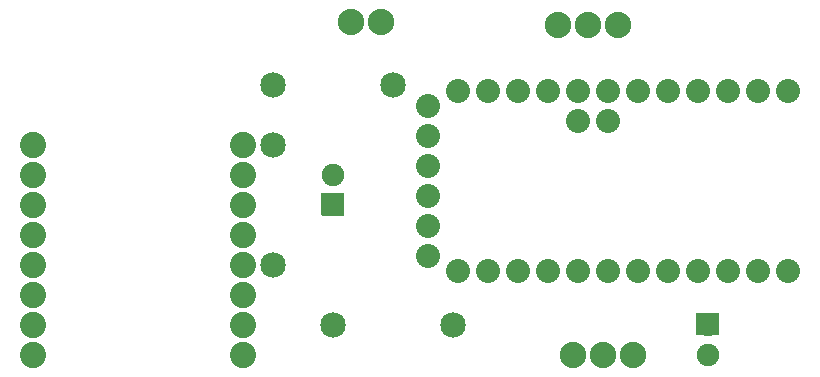
<source format=gts>
G04 MADE WITH FRITZING*
G04 WWW.FRITZING.ORG*
G04 DOUBLE SIDED*
G04 HOLES PLATED*
G04 CONTOUR ON CENTER OF CONTOUR VECTOR*
%ASAXBY*%
%FSLAX23Y23*%
%MOIN*%
%OFA0B0*%
%SFA1.0B1.0*%
%ADD10C,0.075000*%
%ADD11C,0.087701*%
%ADD12C,0.080000*%
%ADD13C,0.085000*%
%ADD14C,0.088000*%
%ADD15R,0.001000X0.001000*%
%LNMASK1*%
G90*
G70*
G54D10*
X2323Y89D03*
X2323Y189D03*
X2323Y89D03*
X2323Y189D03*
X1073Y689D03*
X1073Y589D03*
X1073Y689D03*
X1073Y589D03*
G54D11*
X772Y90D03*
X772Y190D03*
X772Y290D03*
X772Y390D03*
X772Y490D03*
X772Y590D03*
X772Y690D03*
X772Y790D03*
X72Y90D03*
X72Y190D03*
X72Y290D03*
X72Y390D03*
X72Y490D03*
X72Y590D03*
X72Y690D03*
X72Y790D03*
G54D12*
X1591Y370D03*
X2391Y370D03*
X2191Y970D03*
X1991Y370D03*
X2591Y970D03*
X1791Y970D03*
X2591Y370D03*
X2191Y370D03*
X1791Y370D03*
X1991Y870D03*
X2391Y970D03*
X1991Y970D03*
X1591Y970D03*
X1391Y920D03*
X1391Y820D03*
X1391Y720D03*
X1391Y620D03*
X1391Y520D03*
X1391Y420D03*
X2491Y370D03*
X2291Y370D03*
X2091Y370D03*
X1891Y370D03*
X1691Y370D03*
X1491Y370D03*
X1891Y870D03*
X2491Y970D03*
X2291Y970D03*
X2091Y970D03*
X1891Y970D03*
X1691Y970D03*
X1491Y970D03*
G54D13*
X873Y989D03*
X1273Y989D03*
X1073Y189D03*
X1473Y189D03*
X873Y789D03*
X873Y389D03*
G54D14*
X2023Y1189D03*
X1923Y1189D03*
X1823Y1189D03*
X1132Y1198D03*
X1232Y1198D03*
X1873Y89D03*
X1973Y89D03*
X2073Y89D03*
G54D15*
X1035Y627D02*
X1109Y627D01*
X1035Y626D02*
X1109Y626D01*
X1035Y625D02*
X1109Y625D01*
X1035Y624D02*
X1109Y624D01*
X1035Y623D02*
X1109Y623D01*
X1035Y622D02*
X1109Y622D01*
X1035Y621D02*
X1109Y621D01*
X1035Y620D02*
X1109Y620D01*
X1035Y619D02*
X1109Y619D01*
X1035Y618D02*
X1109Y618D01*
X1035Y617D02*
X1109Y617D01*
X1035Y616D02*
X1109Y616D01*
X1035Y615D02*
X1109Y615D01*
X1035Y614D02*
X1109Y614D01*
X1035Y613D02*
X1109Y613D01*
X1035Y612D02*
X1109Y612D01*
X1035Y611D02*
X1109Y611D01*
X1035Y610D02*
X1109Y610D01*
X1035Y609D02*
X1109Y609D01*
X1035Y608D02*
X1109Y608D01*
X1035Y607D02*
X1109Y607D01*
X1035Y606D02*
X1109Y606D01*
X1035Y605D02*
X1109Y605D01*
X1035Y604D02*
X1109Y604D01*
X1035Y603D02*
X1109Y603D01*
X1035Y602D02*
X1109Y602D01*
X1035Y601D02*
X1109Y601D01*
X1035Y600D02*
X1109Y600D01*
X1035Y599D02*
X1070Y599D01*
X1075Y599D02*
X1109Y599D01*
X1035Y598D02*
X1067Y598D01*
X1077Y598D02*
X1109Y598D01*
X1035Y597D02*
X1066Y597D01*
X1079Y597D02*
X1109Y597D01*
X1035Y596D02*
X1065Y596D01*
X1079Y596D02*
X1109Y596D01*
X1035Y595D02*
X1064Y595D01*
X1080Y595D02*
X1109Y595D01*
X1035Y594D02*
X1064Y594D01*
X1081Y594D02*
X1109Y594D01*
X1035Y593D02*
X1063Y593D01*
X1081Y593D02*
X1109Y593D01*
X1035Y592D02*
X1063Y592D01*
X1081Y592D02*
X1109Y592D01*
X1035Y591D02*
X1063Y591D01*
X1082Y591D02*
X1109Y591D01*
X1035Y590D02*
X1063Y590D01*
X1082Y590D02*
X1109Y590D01*
X1035Y589D02*
X1063Y589D01*
X1081Y589D02*
X1109Y589D01*
X1035Y588D02*
X1063Y588D01*
X1081Y588D02*
X1109Y588D01*
X1035Y587D02*
X1064Y587D01*
X1081Y587D02*
X1109Y587D01*
X1035Y586D02*
X1064Y586D01*
X1080Y586D02*
X1109Y586D01*
X1035Y585D02*
X1065Y585D01*
X1080Y585D02*
X1109Y585D01*
X1035Y584D02*
X1066Y584D01*
X1079Y584D02*
X1109Y584D01*
X1035Y583D02*
X1067Y583D01*
X1078Y583D02*
X1109Y583D01*
X1035Y582D02*
X1069Y582D01*
X1075Y582D02*
X1109Y582D01*
X1035Y581D02*
X1109Y581D01*
X1035Y580D02*
X1109Y580D01*
X1035Y579D02*
X1109Y579D01*
X1035Y578D02*
X1109Y578D01*
X1035Y577D02*
X1109Y577D01*
X1035Y576D02*
X1109Y576D01*
X1035Y575D02*
X1109Y575D01*
X1035Y574D02*
X1109Y574D01*
X1035Y573D02*
X1109Y573D01*
X1035Y572D02*
X1109Y572D01*
X1035Y571D02*
X1109Y571D01*
X1035Y570D02*
X1109Y570D01*
X1035Y569D02*
X1109Y569D01*
X1035Y568D02*
X1109Y568D01*
X1035Y567D02*
X1109Y567D01*
X1035Y566D02*
X1109Y566D01*
X1035Y565D02*
X1109Y565D01*
X1035Y564D02*
X1109Y564D01*
X1035Y563D02*
X1109Y563D01*
X1035Y562D02*
X1109Y562D01*
X1035Y561D02*
X1109Y561D01*
X1035Y560D02*
X1109Y560D01*
X1035Y559D02*
X1109Y559D01*
X1035Y558D02*
X1109Y558D01*
X1035Y557D02*
X1109Y557D01*
X1035Y556D02*
X1109Y556D01*
X1035Y555D02*
X1109Y555D01*
X1035Y554D02*
X1109Y554D01*
X1036Y553D02*
X1109Y553D01*
X2285Y228D02*
X2359Y228D01*
X2285Y227D02*
X2359Y227D01*
X2285Y226D02*
X2359Y226D01*
X2285Y225D02*
X2359Y225D01*
X2285Y224D02*
X2359Y224D01*
X2285Y223D02*
X2359Y223D01*
X2285Y222D02*
X2359Y222D01*
X2285Y221D02*
X2359Y221D01*
X2285Y220D02*
X2359Y220D01*
X2285Y219D02*
X2359Y219D01*
X2285Y218D02*
X2359Y218D01*
X2285Y217D02*
X2359Y217D01*
X2285Y216D02*
X2359Y216D01*
X2285Y215D02*
X2359Y215D01*
X2285Y214D02*
X2359Y214D01*
X2285Y213D02*
X2359Y213D01*
X2285Y212D02*
X2359Y212D01*
X2285Y211D02*
X2359Y211D01*
X2285Y210D02*
X2359Y210D01*
X2285Y209D02*
X2359Y209D01*
X2285Y208D02*
X2359Y208D01*
X2285Y207D02*
X2359Y207D01*
X2285Y206D02*
X2359Y206D01*
X2285Y205D02*
X2359Y205D01*
X2285Y204D02*
X2359Y204D01*
X2285Y203D02*
X2359Y203D01*
X2285Y202D02*
X2359Y202D01*
X2285Y201D02*
X2359Y201D01*
X2285Y200D02*
X2359Y200D01*
X2285Y199D02*
X2319Y199D01*
X2325Y199D02*
X2359Y199D01*
X2285Y198D02*
X2317Y198D01*
X2328Y198D02*
X2359Y198D01*
X2285Y197D02*
X2316Y197D01*
X2329Y197D02*
X2359Y197D01*
X2285Y196D02*
X2315Y196D01*
X2330Y196D02*
X2359Y196D01*
X2285Y195D02*
X2314Y195D01*
X2330Y195D02*
X2359Y195D01*
X2285Y194D02*
X2314Y194D01*
X2331Y194D02*
X2359Y194D01*
X2285Y193D02*
X2313Y193D01*
X2331Y193D02*
X2359Y193D01*
X2285Y192D02*
X2313Y192D01*
X2331Y192D02*
X2359Y192D01*
X2285Y191D02*
X2313Y191D01*
X2332Y191D02*
X2359Y191D01*
X2285Y190D02*
X2313Y190D01*
X2332Y190D02*
X2359Y190D01*
X2285Y189D02*
X2313Y189D01*
X2331Y189D02*
X2359Y189D01*
X2285Y188D02*
X2313Y188D01*
X2331Y188D02*
X2359Y188D01*
X2285Y187D02*
X2314Y187D01*
X2331Y187D02*
X2359Y187D01*
X2285Y186D02*
X2314Y186D01*
X2330Y186D02*
X2359Y186D01*
X2285Y185D02*
X2315Y185D01*
X2329Y185D02*
X2359Y185D01*
X2285Y184D02*
X2316Y184D01*
X2329Y184D02*
X2359Y184D01*
X2285Y183D02*
X2317Y183D01*
X2327Y183D02*
X2359Y183D01*
X2285Y182D02*
X2320Y182D01*
X2324Y182D02*
X2359Y182D01*
X2285Y181D02*
X2359Y181D01*
X2285Y180D02*
X2359Y180D01*
X2285Y179D02*
X2359Y179D01*
X2285Y178D02*
X2359Y178D01*
X2285Y177D02*
X2359Y177D01*
X2285Y176D02*
X2359Y176D01*
X2285Y175D02*
X2359Y175D01*
X2285Y174D02*
X2359Y174D01*
X2285Y173D02*
X2359Y173D01*
X2285Y172D02*
X2359Y172D01*
X2285Y171D02*
X2359Y171D01*
X2285Y170D02*
X2359Y170D01*
X2285Y169D02*
X2359Y169D01*
X2285Y168D02*
X2359Y168D01*
X2285Y167D02*
X2359Y167D01*
X2285Y166D02*
X2359Y166D01*
X2285Y165D02*
X2359Y165D01*
X2285Y164D02*
X2359Y164D01*
X2285Y163D02*
X2359Y163D01*
X2285Y162D02*
X2359Y162D01*
X2285Y161D02*
X2359Y161D01*
X2285Y160D02*
X2359Y160D01*
X2285Y159D02*
X2359Y159D01*
X2285Y158D02*
X2359Y158D01*
X2285Y157D02*
X2359Y157D01*
X2285Y156D02*
X2359Y156D01*
X2285Y155D02*
X2359Y155D01*
X2285Y154D02*
X2359Y154D01*
D02*
G04 End of Mask1*
M02*
</source>
